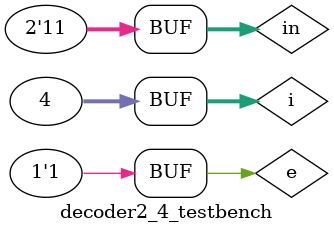
<source format=sv>
`timescale 1ps/1ps
module decoder2_4 #(parameter delay = 50) (out,in,e);
	output logic[3:0] out;
	input logic [1:0] in;
	input logic e;
	logic inn[1:0];
	
	not #delay n0(inn[0],in[0]);
	not #delay n1(inn[1],in[1]);
	and #delay a0(out[0],inn[1],inn[0],e); //out
	and #delay a1(out[1],inn[1],in[0],e);
	and #delay a2(out[2],in[1],inn[0],e);
	and #delay a3(out[3],in[1],in[0],e);
	
endmodule

module decoder2_4_testbench(); 
	logic [1:0] in;
	logic e; 
	logic [3:0] out; 
	
	decoder2_4 dut(.out, .in, .e);
	
	integer i; 
	initial begin 
		e=0;
		#10 e=1;
		for(i=0; i<4; i++) begin 
			in =i; #50; 
		end
	end 
endmodule 

</source>
